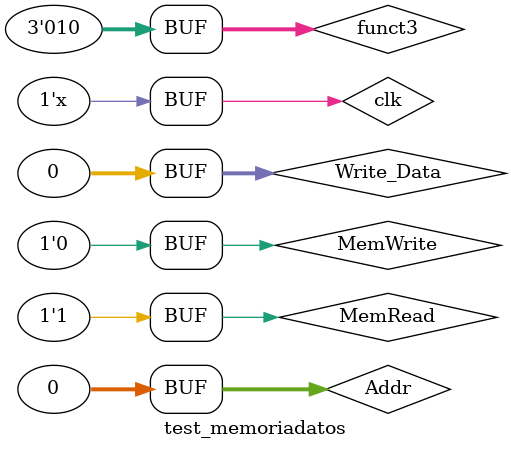
<source format=sv>
`timescale 1ns / 1ps


module test_memoriadatos( );

    
logic [31:0]Addr; // Direccion de memoria a la que se debe acceder para guardar un dato
logic [31:0]Write_Data; // Datos a guardar.
logic MemRead; // Señal para leer en memoria .
logic MemWrite; // Señal para escribir en memoria.
logic [2:0]funct3; //Señal que identifica el tipo de instrucción de memoria
logic clk; //señal de reloj del procesador


logic [31:0] MemOut;//Dato que escogido para ser guardado en registro

memoriadatos test_memoriadatos(
    Addr, // Direccion de memoria a la que se debe acceder para guardar un dato
    Write_Data, // Datos a guardar.
    MemRead, // Señal para leer en memoria .
    MemWrite, // Señal para escribir en memoria.
    funct3, //Señal que identifica el tipo de instrucción de memoria
    clk, //señal de reloj del procesador
    MemOut//Dato que escogido para ser guardado en registro
    );

// initialize test
initial
begin
clk = 1;

//escribe
MemRead = 0;
MemWrite = 1; # 2;

//escribe una palabra
Addr = 32'h000a0004;    //direccion donde va a guardar por primera vez
Write_Data = 32'h11111111;  //datos por guardar
funct3 = 3'b000; # 2;

//escribe media palabra
Addr = 32'h000a0008;    //direccion donde va a guardar por primera vez
Write_Data = 32'h22222222;  //datos por guardar
funct3 = 3'b001; # 2;

//escribe byte
Addr = 32'h000a000c;    //direccion donde va a guardar por primera vez
Write_Data = 32'h33333333;  //datos por guardar
funct3 = 3'b010; # 2;

//leer
Addr = 32'h00000000;
MemRead = 1;
MemWrite = 0;
Write_Data = 32'h10101010; # 2; //datos por guardar (diferente al que se va a leer)(no afecta aqui)

//lee una palabra
Addr = 32'h000a0004;    //direccion donde va a leer
funct3 = 3'b000; # 2;
//lee media palabra
funct3 = 3'b001; # 2;
//lee byte
funct3 = 3'b010; # 2;

/////////////////////////////////////////////////////////
//lee una palabra
Addr = 32'h000a0008;    //direccion donde va a leer
funct3 = 3'b000; # 2;
//lee media palabra
funct3 = 3'b001; # 2;
//lee byte
funct3 = 3'b010; # 2;

/////////////////////////////////////////////////////////
//lee una palabra
Addr = 32'h000a000c;    //direccion donde va a leer
funct3 = 3'b000; # 2;
//lee media palabra
funct3 = 3'b001; # 2;
//lee byte
funct3 = 3'b010; # 2;

/////////////////////////////////////////////////////////
//fin de prueba
MemRead = 1;
MemWrite = 0;
Addr = 0;    //direccion donde va a guardar por primera vez
Write_Data = 0;  //datos por guardar
funct3 = 3'b010; # 2;


end

always 
    #1 clk =  ! clk;

endmodule
</source>
